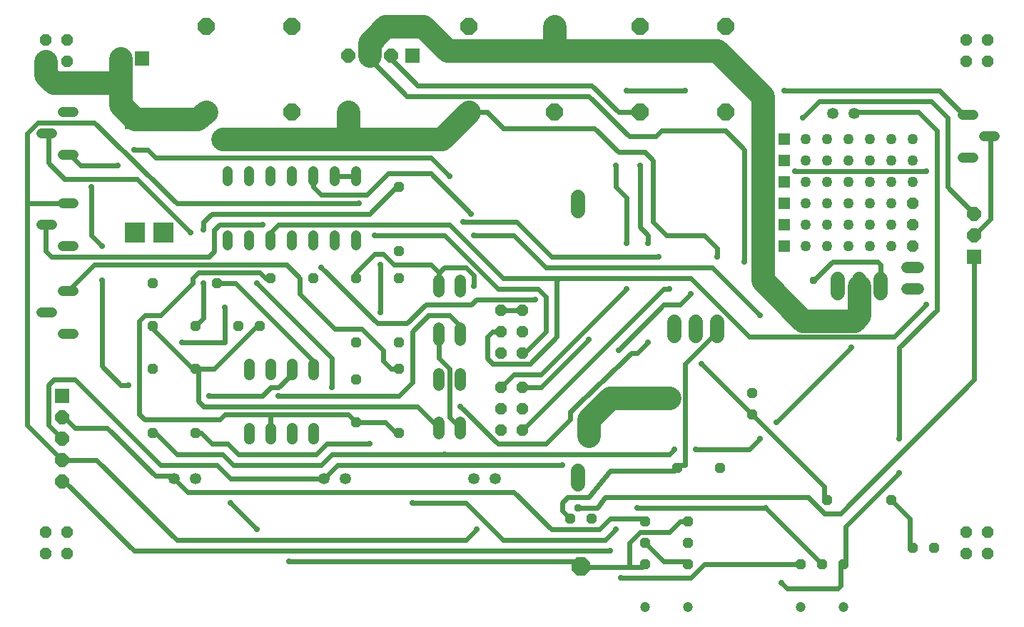
<source format=gbl>
G75*
G70*
%OFA0B0*%
%FSLAX24Y24*%
%IPPOS*%
%LPD*%
%AMOC8*
5,1,8,0,0,1.08239X$1,22.5*
%
%ADD10C,0.0650*%
%ADD11OC8,0.0480*%
%ADD12C,0.0531*%
%ADD13C,0.0480*%
%ADD14C,0.0500*%
%ADD15C,0.0540*%
%ADD16OC8,0.0540*%
%ADD17OC8,0.0472*%
%ADD18C,0.0472*%
%ADD19OC8,0.0780*%
%ADD20OC8,0.0650*%
%ADD21R,0.0650X0.0650*%
%ADD22C,0.0660*%
%ADD23OC8,0.0850*%
%ADD24R,0.0945X0.0945*%
%ADD25C,0.0290*%
%ADD26C,0.0240*%
%ADD27OC8,0.0945*%
%ADD28C,0.1090*%
%ADD29C,0.0376*%
%ADD30C,0.0500*%
%ADD31R,0.0531X0.0531*%
%ADD32OC8,0.0531*%
D10*
X029073Y007428D02*
X029073Y008078D01*
X029073Y020208D02*
X029073Y020857D01*
D11*
X020698Y021323D03*
X020698Y018323D03*
X020698Y017073D03*
X018698Y017073D03*
X016698Y017073D03*
X014698Y017073D03*
X012198Y016823D03*
X011198Y014823D03*
X009198Y014823D03*
X009198Y012823D03*
X011198Y012823D03*
X013198Y014823D03*
X014198Y014823D03*
X018698Y014073D03*
X020698Y014073D03*
X020698Y012823D03*
X018698Y012323D03*
X018698Y010323D03*
X020698Y009823D03*
X028698Y005823D03*
X029698Y005823D03*
X033698Y008198D03*
X035698Y008198D03*
X037198Y010698D03*
X037198Y011698D03*
X040698Y006698D03*
X043698Y006698D03*
X044698Y004448D03*
X045698Y004448D03*
X011198Y009823D03*
X009198Y009823D03*
X009198Y016823D03*
D12*
X010198Y007698D03*
X011198Y007698D03*
X017198Y007698D03*
X018198Y007698D03*
X024198Y007698D03*
X025198Y007698D03*
X040948Y024773D03*
X041948Y024773D03*
D13*
X047037Y024698D02*
X047517Y024698D01*
X048037Y023698D02*
X048517Y023698D01*
X047517Y022698D02*
X047037Y022698D01*
X018698Y022063D02*
X018698Y021583D01*
X017698Y021583D02*
X017698Y022063D01*
X016698Y022063D02*
X016698Y021583D01*
X015698Y021583D02*
X015698Y022063D01*
X014698Y022063D02*
X014698Y021583D01*
X013698Y021583D02*
X013698Y022063D01*
X012698Y022063D02*
X012698Y021583D01*
X012698Y019063D02*
X012698Y018583D01*
X013698Y018583D02*
X013698Y019063D01*
X014698Y019063D02*
X014698Y018583D01*
X015698Y018583D02*
X015698Y019063D01*
X016698Y019063D02*
X016698Y018583D01*
X017698Y018583D02*
X017698Y019063D01*
X018698Y019063D02*
X018698Y018583D01*
X005485Y018573D02*
X005005Y018573D01*
X004485Y019573D02*
X004005Y019573D01*
X005005Y020573D02*
X005485Y020573D01*
X005485Y022823D02*
X005005Y022823D01*
X004485Y023823D02*
X004005Y023823D01*
X005005Y024823D02*
X005485Y024823D01*
X005485Y016448D02*
X005005Y016448D01*
X004485Y015448D02*
X004005Y015448D01*
X005005Y014448D02*
X005485Y014448D01*
D14*
X013698Y013073D02*
X013698Y012573D01*
X014698Y012573D02*
X014698Y013073D01*
X015698Y013073D02*
X015698Y012573D01*
X016698Y012573D02*
X016698Y013073D01*
X016698Y010073D02*
X016698Y009573D01*
X015698Y009573D02*
X015698Y010073D01*
X014698Y010073D02*
X014698Y009573D01*
X013698Y009573D02*
X013698Y010073D01*
D15*
X022573Y009803D02*
X022573Y010343D01*
X023573Y010343D02*
X023573Y009803D01*
X023573Y012053D02*
X023573Y012593D01*
X022573Y012593D02*
X022573Y012053D01*
X022573Y014178D02*
X022573Y014718D01*
X023573Y014718D02*
X023573Y014178D01*
X023573Y016428D02*
X023573Y016968D01*
X022573Y016968D02*
X022573Y016428D01*
X044428Y016573D02*
X044968Y016573D01*
X044968Y017573D02*
X044428Y017573D01*
D16*
X004198Y004198D03*
X005198Y004198D03*
X005198Y005198D03*
X004198Y005198D03*
X025448Y009948D03*
X026448Y009948D03*
X026448Y010948D03*
X025448Y010948D03*
X025448Y011948D03*
X026448Y011948D03*
X026448Y013573D03*
X025448Y013573D03*
X025448Y014573D03*
X026448Y014573D03*
X026448Y015573D03*
X025448Y015573D03*
X005198Y027198D03*
X004198Y027198D03*
X004198Y028198D03*
X005198Y028198D03*
X047198Y028198D03*
X048198Y028198D03*
X048198Y027198D03*
X047198Y027198D03*
X047198Y005198D03*
X048198Y005198D03*
X048198Y004198D03*
X047198Y004198D03*
D17*
X041448Y003698D03*
X040448Y003698D03*
X039448Y003698D03*
X034198Y003698D03*
X034198Y004698D03*
X034198Y005698D03*
X032198Y005698D03*
X032198Y004698D03*
X032198Y003698D03*
D18*
X032198Y001698D03*
X034198Y001698D03*
X039448Y001698D03*
X041448Y001698D03*
D19*
X035948Y024823D03*
X031948Y024823D03*
X027948Y024823D03*
X023948Y024823D03*
X023948Y028823D03*
X027948Y028823D03*
X031948Y028823D03*
X035948Y028823D03*
X015698Y028823D03*
X011698Y028823D03*
X011698Y024823D03*
X015698Y024823D03*
D20*
X018323Y027448D03*
X019323Y027448D03*
X020323Y027448D03*
X007698Y027323D03*
X004948Y010573D03*
X004948Y009573D03*
X004948Y008573D03*
X004948Y007573D03*
X047573Y019073D03*
X047573Y020073D03*
D21*
X047573Y018073D03*
X021323Y027448D03*
X008698Y027323D03*
X004948Y011573D03*
D22*
X033573Y014368D02*
X033573Y015028D01*
X034573Y015028D02*
X034573Y014368D01*
X035573Y014368D02*
X035573Y015028D01*
X041198Y016368D02*
X041198Y017028D01*
X042198Y017028D02*
X042198Y016368D01*
X043198Y016368D02*
X043198Y017028D01*
D23*
X029198Y003598D03*
D24*
X009688Y019198D03*
X008348Y019198D03*
X008348Y024498D03*
X009688Y024498D03*
D25*
X008323Y023073D03*
X007573Y022323D03*
X006323Y021323D03*
X006823Y018573D03*
X006823Y016948D03*
X010948Y019198D03*
X011573Y019323D03*
X014323Y019573D03*
X017073Y017573D03*
X019823Y017698D03*
X019573Y019073D03*
X018823Y020573D03*
X023073Y021823D03*
X024073Y020073D03*
X023698Y019698D03*
X024198Y019073D03*
X024198Y016698D03*
X027073Y016073D03*
X029573Y014198D03*
X030948Y013698D03*
X032323Y014073D03*
X034823Y013073D03*
X037573Y015323D03*
X034323Y016323D03*
X033323Y016573D03*
X032823Y018073D03*
X032323Y018698D03*
X031323Y018698D03*
X031323Y016573D03*
X035573Y018073D03*
X036823Y017823D03*
X039198Y022073D03*
X039573Y024573D03*
X038698Y025823D03*
X034073Y025823D03*
X031323Y025823D03*
X030823Y022323D03*
X031948Y022323D03*
X019823Y015448D03*
X017573Y011948D03*
X015073Y011573D03*
X011823Y011573D03*
X008073Y012073D03*
X010573Y014073D03*
X012573Y014073D03*
X012573Y015698D03*
X011573Y016823D03*
X014073Y016823D03*
X023573Y011073D03*
X022823Y008823D03*
X021323Y006573D03*
X024323Y005323D03*
X028323Y008323D03*
X031823Y006323D03*
X030823Y005323D03*
X030573Y004323D03*
X031073Y003073D03*
X037823Y006323D03*
X034573Y009073D03*
X033573Y009073D03*
X030573Y011448D03*
X037573Y009573D03*
X038323Y010323D03*
X041823Y013823D03*
X045323Y015823D03*
X044073Y009573D03*
X044073Y007948D03*
X038573Y002823D03*
X019323Y009323D03*
X014073Y005323D03*
X012823Y006573D03*
X015573Y003823D03*
X045323Y022073D03*
D26*
X039198Y022073D01*
X036823Y023073D02*
X036823Y017823D01*
X035573Y018073D02*
X035573Y018448D01*
X034948Y019073D01*
X033198Y019073D01*
X032573Y019698D01*
X032573Y022573D01*
X032198Y022948D01*
X030948Y022948D01*
X029823Y024073D01*
X025573Y024073D01*
X024823Y024823D01*
X023948Y024823D01*
X021573Y026073D02*
X029698Y026073D01*
X030948Y024823D01*
X031948Y024823D01*
X031823Y024823D01*
X031323Y025823D02*
X034073Y025823D01*
X032948Y023948D02*
X035948Y023948D01*
X036823Y023073D01*
X039573Y024573D02*
X040323Y025323D01*
X045573Y025323D01*
X046323Y024573D01*
X046323Y021323D01*
X047573Y020073D01*
X048323Y019823D02*
X047573Y019073D01*
X047573Y018073D02*
X047573Y012323D01*
X041323Y006073D01*
X040573Y006073D01*
X039823Y006823D01*
X030323Y006823D01*
X029948Y006323D01*
X029073Y006323D01*
X028698Y005823D02*
X028323Y006198D01*
X028323Y006573D01*
X028573Y006823D01*
X029573Y006823D01*
X030573Y008073D01*
X033573Y008073D01*
X033698Y008198D01*
X033823Y008323D01*
X034073Y008323D01*
X034073Y013073D01*
X035573Y014573D01*
X035573Y014698D01*
X034573Y014698D02*
X034573Y014573D01*
X033823Y015823D02*
X033073Y015823D01*
X030948Y013698D01*
X031573Y013573D02*
X031823Y013573D01*
X032323Y014073D01*
X031573Y013573D02*
X028698Y010823D01*
X028698Y010448D01*
X027573Y009323D01*
X025323Y009323D01*
X023573Y011073D01*
X023073Y010573D02*
X023573Y010073D01*
X023073Y010573D02*
X023073Y012823D01*
X022573Y013323D01*
X022573Y014448D01*
X023573Y014448D02*
X023573Y014823D01*
X023073Y015323D01*
X022073Y015323D01*
X021323Y014573D01*
X021323Y012198D01*
X020698Y011573D01*
X015073Y011573D01*
X015073Y011948D02*
X015698Y012573D01*
X015698Y012823D01*
X016573Y012823D02*
X016698Y012823D01*
X016698Y013198D01*
X013073Y016823D01*
X012198Y016823D01*
X011573Y016823D02*
X011573Y015198D01*
X011198Y014823D01*
X010573Y014073D02*
X012573Y014073D01*
X012573Y015698D01*
X014073Y014823D02*
X014198Y014823D01*
X014073Y014823D02*
X012073Y012823D01*
X011323Y012823D01*
X011198Y012823D01*
X011073Y012823D01*
X009073Y014823D01*
X009198Y014823D01*
X008823Y015323D02*
X008573Y015073D01*
X008573Y010698D01*
X008823Y010448D01*
X012323Y010448D01*
X012573Y010698D01*
X014698Y010698D01*
X014698Y009823D01*
X014698Y010698D02*
X018323Y010698D01*
X018698Y010323D01*
X020073Y010323D01*
X020573Y009823D01*
X020698Y009823D01*
X019323Y009323D02*
X017323Y009323D01*
X016823Y008823D01*
X013198Y008823D01*
X012698Y009323D01*
X011948Y009323D01*
X011448Y009823D01*
X011198Y009823D01*
X010323Y008823D02*
X012448Y008823D01*
X012948Y008323D01*
X017073Y008323D01*
X017573Y008823D01*
X022823Y008823D01*
X033323Y008823D01*
X033573Y009073D01*
X034573Y009073D02*
X037073Y009073D01*
X037573Y009573D01*
X038323Y010323D02*
X041823Y013823D01*
X043823Y014323D02*
X037073Y014323D01*
X034323Y017073D01*
X028198Y017073D01*
X028073Y016948D01*
X028073Y014323D01*
X026823Y013073D01*
X025073Y013073D01*
X024823Y013323D01*
X024823Y014323D01*
X025073Y014573D01*
X025448Y014573D01*
X026448Y013573D02*
X026573Y013573D01*
X027573Y014573D01*
X027573Y016198D01*
X027198Y016573D01*
X025323Y016573D01*
X022823Y019073D01*
X019573Y019073D01*
X019573Y018198D02*
X018698Y017323D01*
X018698Y017073D01*
X018698Y017198D01*
X019823Y017698D02*
X019823Y015448D01*
X019698Y014948D02*
X017073Y017573D01*
X016073Y017073D02*
X016073Y016323D01*
X017698Y014698D01*
X018948Y014698D01*
X019948Y013698D01*
X019948Y013198D01*
X020323Y012823D01*
X020698Y012823D01*
X021573Y011073D02*
X011573Y011073D01*
X011323Y011323D01*
X011323Y012823D01*
X011823Y011573D02*
X014323Y011573D01*
X014698Y011948D01*
X015073Y011948D01*
X017573Y011948D02*
X017573Y013323D01*
X014073Y016823D01*
X014448Y017073D02*
X014698Y017073D01*
X014448Y017073D02*
X014198Y017323D01*
X011323Y017323D01*
X011073Y017073D01*
X011073Y016823D01*
X009573Y015323D01*
X008823Y015323D01*
X006823Y016948D02*
X006823Y012948D01*
X007698Y012073D01*
X008073Y012073D01*
X005573Y012323D02*
X004573Y012323D01*
X004323Y012073D01*
X004323Y010198D01*
X004948Y009573D01*
X005573Y010073D02*
X007073Y010073D01*
X009323Y007823D01*
X010073Y007823D01*
X010198Y007698D01*
X010823Y007073D01*
X026073Y007073D01*
X027823Y005323D01*
X030073Y005323D01*
X030573Y005823D01*
X032073Y005823D01*
X032198Y005698D01*
X031948Y005198D02*
X031448Y004698D01*
X031448Y003573D01*
X032073Y003573D01*
X032198Y003698D01*
X031448Y003573D02*
X029323Y003573D01*
X029198Y003598D01*
X029073Y003823D01*
X015573Y003823D01*
X014073Y005323D02*
X012823Y006573D01*
X012823Y007698D02*
X017198Y007698D01*
X017823Y008323D01*
X028323Y008323D01*
X026448Y009948D02*
X033073Y016573D01*
X033323Y016573D01*
X033823Y015823D02*
X034323Y016323D01*
X035323Y017573D02*
X037573Y015323D01*
X040073Y016948D02*
X040948Y017823D01*
X043073Y017823D01*
X043198Y017698D01*
X043198Y016698D01*
X045323Y015823D02*
X043823Y014323D01*
X044073Y013823D02*
X044073Y009573D01*
X044073Y007948D02*
X041573Y005448D01*
X041573Y003823D01*
X041448Y003698D01*
X041323Y003573D01*
X041323Y002698D01*
X041198Y002573D01*
X038823Y002573D01*
X038573Y002823D01*
X039448Y003698D02*
X034948Y003698D01*
X034323Y003073D01*
X031073Y003073D01*
X030573Y004323D02*
X008323Y004323D01*
X005073Y007573D01*
X004948Y007573D01*
X004948Y008573D02*
X003323Y010198D01*
X003323Y020573D01*
X005245Y020573D01*
X006323Y021323D02*
X006323Y019073D01*
X006823Y018573D01*
X006448Y017698D02*
X015448Y017698D01*
X016073Y017073D01*
X014698Y018823D02*
X014698Y019198D01*
X015073Y019573D01*
X023073Y019573D01*
X025573Y017073D01*
X028198Y017073D01*
X027573Y017573D02*
X026073Y019073D01*
X024198Y019073D01*
X023698Y019698D02*
X026198Y019698D01*
X027823Y018073D01*
X032823Y018073D01*
X032323Y018698D02*
X032323Y019073D01*
X031948Y019448D01*
X031948Y022323D01*
X030823Y022323D02*
X030823Y021323D01*
X031323Y020823D01*
X031323Y018698D01*
X031323Y016573D02*
X027323Y012573D01*
X026073Y012573D01*
X025448Y011948D01*
X026448Y011948D02*
X027323Y011948D01*
X029573Y014198D01*
X027073Y016073D02*
X024323Y016073D01*
X024073Y015823D01*
X021948Y015823D01*
X021073Y014948D01*
X019698Y014948D01*
X022573Y016698D02*
X022573Y017323D01*
X022823Y017573D01*
X023823Y017573D01*
X024198Y017198D01*
X024198Y016698D01*
X025448Y015573D02*
X026448Y015573D01*
X027573Y017573D02*
X035323Y017573D01*
X034823Y013073D02*
X037198Y010698D01*
X040573Y007323D01*
X040573Y006823D01*
X040698Y006698D01*
X037823Y006323D02*
X040448Y003698D01*
X037823Y006323D02*
X031823Y006323D01*
X031948Y005198D02*
X033323Y005198D01*
X033823Y005698D01*
X034198Y005698D01*
X033073Y003823D02*
X032198Y004698D01*
X033073Y003823D02*
X034073Y003823D01*
X034198Y003698D01*
X030823Y005323D02*
X030323Y004823D01*
X025573Y004823D01*
X023823Y006573D01*
X021323Y006573D01*
X023823Y004823D02*
X010323Y004823D01*
X006573Y008573D01*
X004948Y008573D01*
X005573Y010073D02*
X005073Y010573D01*
X004948Y010573D01*
X005573Y012323D02*
X009573Y008323D01*
X012198Y008323D01*
X012823Y007698D01*
X010323Y008823D02*
X009323Y009823D01*
X009198Y009823D01*
X005245Y016448D02*
X005323Y016573D01*
X006448Y017698D01*
X004448Y018073D02*
X004198Y018323D01*
X004198Y019527D01*
X004245Y019573D01*
X004323Y019573D01*
X003323Y020573D02*
X003323Y023823D01*
X003823Y024323D01*
X006448Y024323D01*
X010323Y020573D01*
X018823Y020573D01*
X019198Y020948D02*
X017073Y020948D01*
X016698Y021323D01*
X016698Y021823D01*
X017698Y021823D02*
X018698Y021823D01*
X019198Y020948D02*
X020198Y021948D01*
X022198Y021948D01*
X024073Y020073D01*
X023073Y021823D02*
X022198Y022698D01*
X009323Y022698D01*
X008948Y023073D01*
X008323Y023073D01*
X007573Y022323D02*
X005823Y022323D01*
X005323Y022823D01*
X005245Y022823D01*
X004323Y022448D02*
X004323Y023745D01*
X004245Y023823D01*
X004323Y023823D01*
X004323Y022448D02*
X005073Y021698D01*
X008448Y021698D01*
X010948Y019198D01*
X011573Y019323D02*
X011573Y019698D01*
X011948Y020073D01*
X019323Y020073D01*
X020573Y021323D01*
X020698Y021323D01*
X019948Y018198D02*
X019573Y018198D01*
X019948Y018198D02*
X020448Y017698D01*
X022198Y017698D01*
X022573Y017323D01*
X014323Y019573D02*
X012323Y019573D01*
X012073Y019323D01*
X012073Y018323D01*
X011823Y018073D01*
X004448Y018073D01*
X019323Y027323D02*
X021073Y025573D01*
X029573Y025573D01*
X031448Y023698D01*
X032698Y023698D01*
X032948Y023948D01*
X038698Y025823D02*
X045948Y025823D01*
X047073Y024698D01*
X047277Y024698D01*
X048277Y023698D02*
X048323Y023573D01*
X048323Y019823D01*
X045823Y023948D02*
X044948Y024823D01*
X041998Y024823D01*
X041948Y024773D01*
X045823Y023948D02*
X045823Y015573D01*
X044073Y013823D01*
X043698Y006698D02*
X044573Y005823D01*
X044573Y004573D01*
X044698Y004448D01*
X043823Y006573D02*
X043698Y006698D01*
X024323Y005323D02*
X023823Y004823D01*
X022573Y010073D02*
X021573Y011073D01*
X021573Y026073D02*
X020323Y027323D01*
X020323Y027448D01*
D27*
X018323Y024823D03*
X012448Y023573D03*
X033323Y011448D03*
X029573Y009698D03*
D28*
X029573Y010448D01*
X030573Y011448D01*
X033323Y011448D01*
X037698Y016948D02*
X039573Y015073D01*
X041948Y015073D01*
X042198Y015323D01*
X042198Y016698D01*
X037698Y016948D02*
X037698Y025573D01*
X035573Y027698D01*
X027948Y027698D01*
X027948Y028823D01*
X027948Y027698D02*
X022948Y027698D01*
X021823Y028823D01*
X020073Y028823D01*
X019323Y028073D01*
X019323Y027448D01*
X018323Y024823D02*
X018323Y023573D01*
X022698Y023573D01*
X023948Y024823D01*
X018323Y023573D02*
X012448Y023573D01*
X011698Y024823D02*
X011248Y024498D01*
X009688Y024498D01*
X008348Y024498D01*
X007698Y025148D01*
X007698Y026198D01*
X007698Y027323D01*
X007698Y026198D02*
X004573Y026198D01*
X004198Y026573D01*
X004198Y027198D01*
D29*
X029073Y006323D03*
X040073Y016948D03*
D30*
X039698Y018573D03*
X040698Y018573D03*
X041698Y018573D03*
X042698Y018573D03*
X043698Y018573D03*
X043698Y019573D03*
X042698Y019573D03*
X041698Y019573D03*
X040698Y019573D03*
X039698Y019573D03*
X039698Y020573D03*
X040698Y020573D03*
X041698Y020573D03*
X042698Y020573D03*
X043698Y020573D03*
X043698Y021573D03*
X042698Y021573D03*
X041698Y021573D03*
X040698Y021573D03*
X039698Y021573D03*
X039698Y022573D03*
X040698Y022573D03*
X041698Y022573D03*
X042698Y022573D03*
X043698Y022573D03*
X044698Y022573D03*
X044698Y021573D03*
X044698Y023573D03*
X043698Y023573D03*
X042698Y023573D03*
X041698Y023573D03*
X040698Y023573D03*
X039698Y023573D03*
D31*
X038698Y023573D03*
X038698Y022573D03*
X038698Y021573D03*
X038698Y020573D03*
X038698Y019573D03*
X038698Y018573D03*
D32*
X044698Y018573D03*
X044698Y019573D03*
X044698Y020573D03*
M02*

</source>
